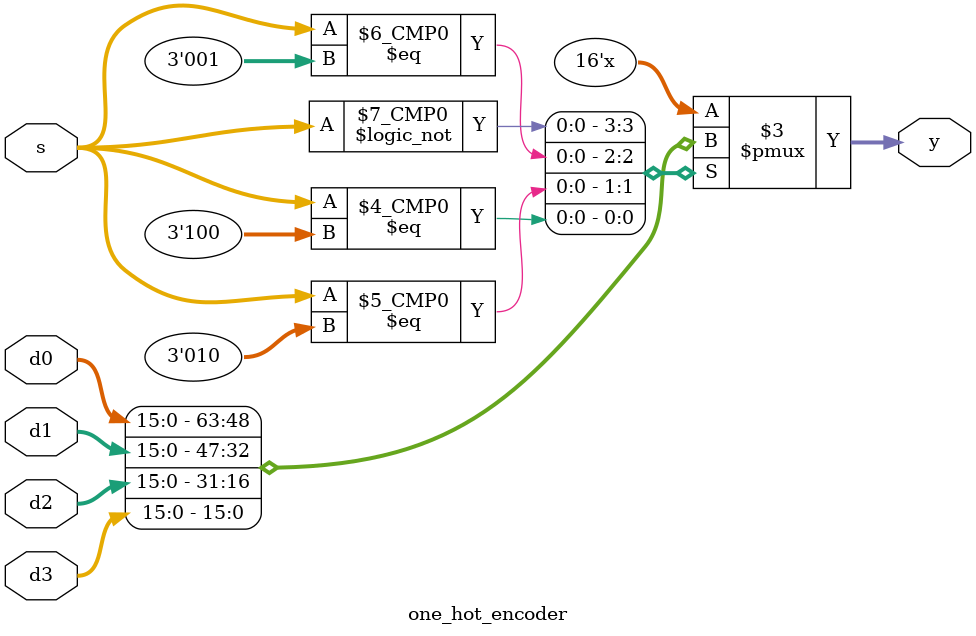
<source format=v>
`timescale 1ns / 1ps


module one_hot_encoder (
    input      [15:0] d0,
    input      [15:0] d1,
    input      [15:0] d2,
    input      [15:0] d3,
    input      [2:0]  s,
    output reg [15:0] y
);

always @(*) begin
    case(s)
        3'b000:   y = d0;
        3'b001:   y = d1;
        3'b010:   y = d2;
        3'b100:   y = d3;
        default: y = 16'bx;
    endcase
end

endmodule

</source>
